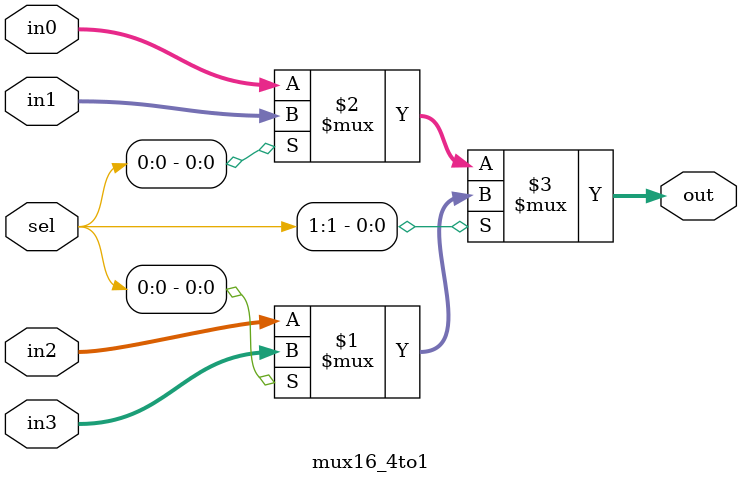
<source format=v>
module mux16_4to1(
    input [15:0] in0, in1, in2, in3,
    input [1:0] sel,
    output [15:0] out
);
    assign out = sel[1] ? (sel[0] ? in3 : in2) : (sel[0] ? in1 : in0);
endmodule

</source>
